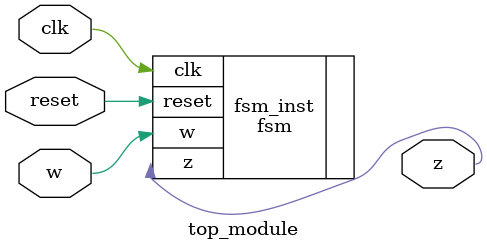
<source format=sv>
module top_module (
    input clk,
    input reset,
    input w,
    output wire z
);

    fsm fsm_inst (
        .clk(clk),
        .reset(reset),
        .w(w),
        .z(z)
    );

endmodule

</source>
